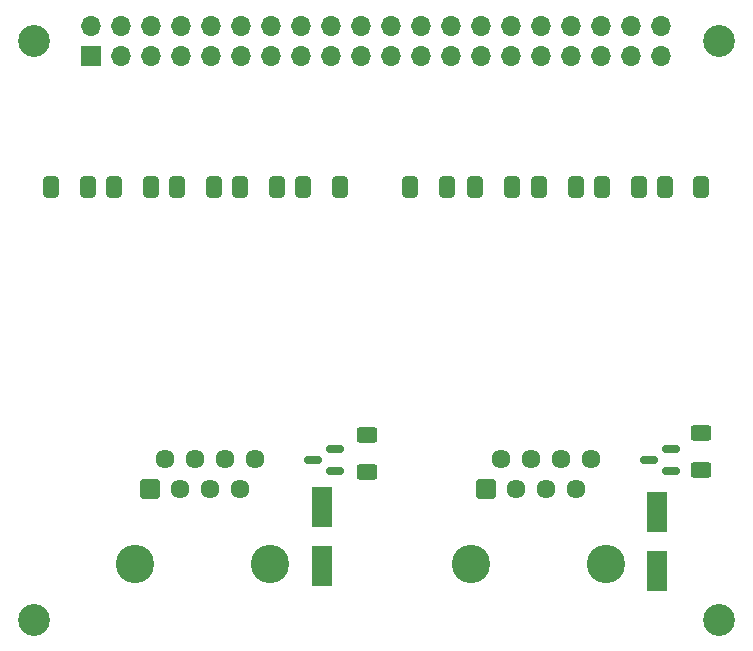
<source format=gts>
G04 #@! TF.GenerationSoftware,KiCad,Pcbnew,6.0.11+dfsg-1*
G04 #@! TF.CreationDate,2025-03-22T20:51:54+01:00*
G04 #@! TF.ProjectId,shootingrangepcb,73686f6f-7469-46e6-9772-616e67657063,rev?*
G04 #@! TF.SameCoordinates,Original*
G04 #@! TF.FileFunction,Soldermask,Top*
G04 #@! TF.FilePolarity,Negative*
%FSLAX46Y46*%
G04 Gerber Fmt 4.6, Leading zero omitted, Abs format (unit mm)*
G04 Created by KiCad (PCBNEW 6.0.11+dfsg-1) date 2025-03-22 20:51:54*
%MOMM*%
%LPD*%
G01*
G04 APERTURE LIST*
G04 Aperture macros list*
%AMRoundRect*
0 Rectangle with rounded corners*
0 $1 Rounding radius*
0 $2 $3 $4 $5 $6 $7 $8 $9 X,Y pos of 4 corners*
0 Add a 4 corners polygon primitive as box body*
4,1,4,$2,$3,$4,$5,$6,$7,$8,$9,$2,$3,0*
0 Add four circle primitives for the rounded corners*
1,1,$1+$1,$2,$3*
1,1,$1+$1,$4,$5*
1,1,$1+$1,$6,$7*
1,1,$1+$1,$8,$9*
0 Add four rect primitives between the rounded corners*
20,1,$1+$1,$2,$3,$4,$5,0*
20,1,$1+$1,$4,$5,$6,$7,0*
20,1,$1+$1,$6,$7,$8,$9,0*
20,1,$1+$1,$8,$9,$2,$3,0*%
G04 Aperture macros list end*
%ADD10C,1.612000*%
%ADD11C,3.250000*%
%ADD12RoundRect,0.102000X-0.704000X0.704000X-0.704000X-0.704000X0.704000X-0.704000X0.704000X0.704000X0*%
%ADD13R,1.700000X1.700000*%
%ADD14O,1.700000X1.700000*%
%ADD15RoundRect,0.250000X0.412500X0.650000X-0.412500X0.650000X-0.412500X-0.650000X0.412500X-0.650000X0*%
%ADD16C,2.700000*%
%ADD17RoundRect,0.150000X0.587500X0.150000X-0.587500X0.150000X-0.587500X-0.150000X0.587500X-0.150000X0*%
%ADD18RoundRect,0.250000X-0.625000X0.400000X-0.625000X-0.400000X0.625000X-0.400000X0.625000X0.400000X0*%
%ADD19R,1.800000X3.500000*%
G04 APERTURE END LIST*
D10*
X149375000Y-85460000D03*
D11*
X140485000Y-91820000D03*
X151915000Y-91820000D03*
D10*
X150645000Y-82920000D03*
X146835000Y-85460000D03*
X148105000Y-82920000D03*
X144295000Y-85460000D03*
X145565000Y-82920000D03*
D12*
X141755000Y-85460000D03*
D10*
X143025000Y-82920000D03*
D13*
X108370000Y-48770000D03*
D14*
X108370000Y-46230000D03*
X110910000Y-48770000D03*
X110910000Y-46230000D03*
X113450000Y-48770000D03*
X113450000Y-46230000D03*
X115990000Y-48770000D03*
X115990000Y-46230000D03*
X118530000Y-48770000D03*
X118530000Y-46230000D03*
X121070000Y-48770000D03*
X121070000Y-46230000D03*
X123610000Y-48770000D03*
X123610000Y-46230000D03*
X126150000Y-48770000D03*
X126150000Y-46230000D03*
X128690000Y-48770000D03*
X128690000Y-46230000D03*
X131230000Y-48770000D03*
X131230000Y-46230000D03*
X133770000Y-48770000D03*
X133770000Y-46230000D03*
X136310000Y-48770000D03*
X136310000Y-46230000D03*
X138850000Y-48770000D03*
X138850000Y-46230000D03*
X141390000Y-48770000D03*
X141390000Y-46230000D03*
X143930000Y-48770000D03*
X143930000Y-46230000D03*
X146470000Y-48770000D03*
X146470000Y-46230000D03*
X149010000Y-48770000D03*
X149010000Y-46230000D03*
X151550000Y-48770000D03*
X151550000Y-46230000D03*
X154090000Y-48770000D03*
X154090000Y-46230000D03*
X156630000Y-48770000D03*
X156630000Y-46230000D03*
D10*
X120975000Y-85460000D03*
D11*
X112085000Y-91820000D03*
X123515000Y-91820000D03*
D10*
X122245000Y-82920000D03*
X118435000Y-85460000D03*
X119705000Y-82920000D03*
X115895000Y-85460000D03*
X117165000Y-82920000D03*
D12*
X113355000Y-85460000D03*
D10*
X114625000Y-82920000D03*
D15*
X138462500Y-59900000D03*
X135337500Y-59900000D03*
D16*
X161500000Y-47500000D03*
D15*
X143962500Y-59900000D03*
X140837500Y-59900000D03*
X154725000Y-59900000D03*
X151600000Y-59900000D03*
D17*
X157437500Y-83950000D03*
X157437500Y-82050000D03*
X155562500Y-83000000D03*
D15*
X124100000Y-59900000D03*
X120975000Y-59900000D03*
D18*
X160000000Y-80700000D03*
X160000000Y-83800000D03*
D15*
X108100000Y-59900000D03*
X104975000Y-59900000D03*
D19*
X156300000Y-92400000D03*
X156300000Y-87400000D03*
D15*
X118762500Y-59900000D03*
X115637500Y-59900000D03*
X129400000Y-59900000D03*
X126275000Y-59900000D03*
D16*
X103500000Y-96500000D03*
X103500000Y-47500000D03*
D17*
X129037500Y-83950000D03*
X129037500Y-82050000D03*
X127162500Y-83000000D03*
D16*
X161500000Y-96500000D03*
D18*
X131700000Y-80900000D03*
X131700000Y-84000000D03*
D15*
X113400000Y-59900000D03*
X110275000Y-59900000D03*
X149362500Y-59900000D03*
X146237500Y-59900000D03*
D19*
X127900000Y-92000000D03*
X127900000Y-87000000D03*
D15*
X160025000Y-59900000D03*
X156900000Y-59900000D03*
M02*

</source>
